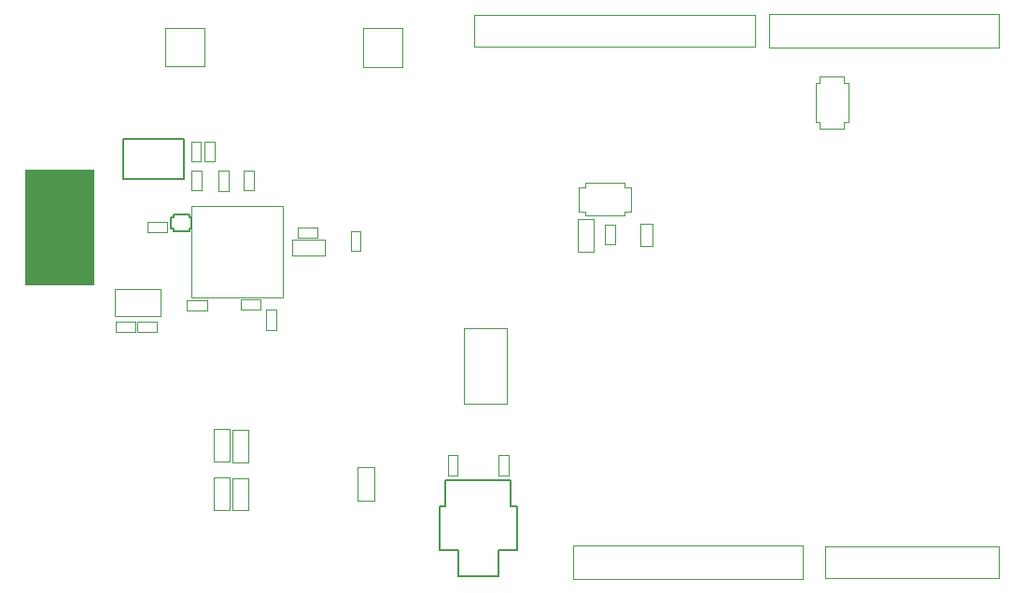
<source format=gbr>
%TF.GenerationSoftware,KiCad,Pcbnew,7.0.10*%
%TF.CreationDate,2024-05-16T11:59:50+01:00*%
%TF.ProjectId,RF_Race_Car,52465f52-6163-4655-9f43-61722e6b6963,rev?*%
%TF.SameCoordinates,Original*%
%TF.FileFunction,Other,User*%
%FSLAX46Y46*%
G04 Gerber Fmt 4.6, Leading zero omitted, Abs format (unit mm)*
G04 Created by KiCad (PCBNEW 7.0.10) date 2024-05-16 11:59:50*
%MOMM*%
%LPD*%
G01*
G04 APERTURE LIST*
%ADD10C,0.050000*%
%ADD11C,0.152400*%
%ADD12C,0.100000*%
G04 APERTURE END LIST*
D10*
%TO.C,C4*%
X116360000Y-90160000D02*
X114540000Y-90160000D01*
X116360000Y-89240000D02*
X116360000Y-90160000D01*
X114540000Y-90160000D02*
X114540000Y-89240000D01*
X114540000Y-89240000D02*
X116360000Y-89240000D01*
%TO.C,C3*%
X122660000Y-90140000D02*
X122660000Y-91960000D01*
X121740000Y-90140000D02*
X122660000Y-90140000D01*
X122660000Y-91960000D02*
X121740000Y-91960000D01*
X121740000Y-91960000D02*
X121740000Y-90140000D01*
%TO.C,R1*%
X150017336Y-84808167D02*
X150017336Y-81848167D01*
X151477336Y-84808167D02*
X150017336Y-84808167D01*
X150017336Y-81848167D02*
X151477336Y-81848167D01*
X151477336Y-81848167D02*
X151477336Y-84808167D01*
%TO.C,C14*%
X117080898Y-74842868D02*
X117080898Y-76662868D01*
X116160898Y-74842868D02*
X117080898Y-74842868D01*
X117080898Y-76662868D02*
X116160898Y-76662868D01*
X116160898Y-76662868D02*
X116160898Y-74842868D01*
%TO.C,C15*%
X142804252Y-105166943D02*
X142804252Y-103346943D01*
X143724252Y-105166943D02*
X142804252Y-105166943D01*
X142804252Y-103346943D02*
X143724252Y-103346943D01*
X143724252Y-103346943D02*
X143724252Y-105166943D01*
%TO.C,R3*%
X120130000Y-101005000D02*
X120130000Y-103965000D01*
X118670000Y-101005000D02*
X120130000Y-101005000D01*
X120130000Y-103965000D02*
X118670000Y-103965000D01*
X118670000Y-103965000D02*
X118670000Y-101005000D01*
%TO.C,L1*%
X124079775Y-83760250D02*
X127039775Y-83760250D01*
X124079775Y-85220250D02*
X124079775Y-83760250D01*
X127039775Y-83760250D02*
X127039775Y-85220250D01*
X127039775Y-85220250D02*
X124079775Y-85220250D01*
%TO.C,J5*%
X167390000Y-63270000D02*
X188210000Y-63270000D01*
X167390000Y-66270000D02*
X167390000Y-63270000D01*
X188210000Y-63270000D02*
X188210000Y-66270000D01*
X188210000Y-66270000D02*
X167390000Y-66270000D01*
%TO.C,IC1*%
X114950000Y-80700000D02*
X123250000Y-80700000D01*
X114950000Y-89000000D02*
X114950000Y-80700000D01*
X123250000Y-80700000D02*
X123250000Y-89000000D01*
X123250000Y-89000000D02*
X114950000Y-89000000D01*
%TO.C,C10*%
X117440000Y-79310000D02*
X117440000Y-77490000D01*
X118360000Y-79310000D02*
X117440000Y-79310000D01*
X117440000Y-77490000D02*
X118360000Y-77490000D01*
X118360000Y-77490000D02*
X118360000Y-79310000D01*
%TO.C,S1*%
X150102171Y-78980549D02*
X150702171Y-78980549D01*
X150102171Y-81180549D02*
X150102171Y-78980549D01*
X150702171Y-78580549D02*
X154202171Y-78580549D01*
X150702171Y-78980549D02*
X150702171Y-78580549D01*
X150702171Y-81180549D02*
X150102171Y-81180549D01*
X150702171Y-81580549D02*
X150702171Y-81180549D01*
X154202171Y-78580549D02*
X154202171Y-78980549D01*
X154202171Y-78980549D02*
X154802171Y-78980549D01*
X154202171Y-81180549D02*
X154202171Y-81580549D01*
X154202171Y-81580549D02*
X150702171Y-81580549D01*
X154802171Y-78980549D02*
X154802171Y-81180549D01*
X154802171Y-81180549D02*
X154202171Y-81180549D01*
%TO.C,C2*%
X111830000Y-92160000D02*
X110010000Y-92160000D01*
X111830000Y-91240000D02*
X111830000Y-92160000D01*
X110010000Y-92160000D02*
X110010000Y-91240000D01*
X110010000Y-91240000D02*
X111830000Y-91240000D01*
D11*
%TO.C,U1*%
X144499000Y-111983200D02*
X142773999Y-111983200D01*
X144499000Y-107925200D02*
X144499000Y-111983200D01*
X143924000Y-107925200D02*
X144499000Y-107925200D01*
X143924000Y-105591400D02*
X143924000Y-107925200D01*
X142773999Y-114317000D02*
X139166001Y-114317000D01*
X142773999Y-111983200D02*
X142773999Y-114317000D01*
X139166001Y-114317000D02*
X139166001Y-111983200D01*
X139166001Y-111983200D02*
X137441000Y-111983200D01*
X138016000Y-107925200D02*
X138016000Y-105591400D01*
X138016000Y-105591400D02*
X143924000Y-105591400D01*
X137441000Y-111983200D02*
X137441000Y-107925200D01*
X137441000Y-107925200D02*
X138016000Y-107925200D01*
D10*
%TO.C,C8*%
X110952165Y-82156583D02*
X112772165Y-82156583D01*
X110952165Y-83076583D02*
X110952165Y-82156583D01*
X112772165Y-82156583D02*
X112772165Y-83076583D01*
X112772165Y-83076583D02*
X110952165Y-83076583D01*
%TO.C,TP1*%
X130550000Y-64550000D02*
X130550000Y-68050000D01*
X130550000Y-64550000D02*
X134050000Y-64550000D01*
X134050000Y-68050000D02*
X130550000Y-68050000D01*
X134050000Y-68050000D02*
X134050000Y-64550000D01*
%TO.C,J3*%
X149610000Y-111530000D02*
X170430000Y-111530000D01*
X149610000Y-114530000D02*
X149610000Y-111530000D01*
X170430000Y-111530000D02*
X170430000Y-114530000D01*
X170430000Y-114530000D02*
X149610000Y-114530000D01*
%TO.C,C6*%
X124563153Y-82674516D02*
X126383153Y-82674516D01*
X124563153Y-83594516D02*
X124563153Y-82674516D01*
X126383153Y-82674516D02*
X126383153Y-83594516D01*
X126383153Y-83594516D02*
X124563153Y-83594516D01*
%TO.C,C7*%
X119690000Y-79290000D02*
X119690000Y-77470000D01*
X120610000Y-79290000D02*
X119690000Y-79290000D01*
X119690000Y-77470000D02*
X120610000Y-77470000D01*
X120610000Y-77470000D02*
X120610000Y-79290000D01*
%TO.C,J4*%
X140568505Y-63350000D02*
X166068505Y-63350000D01*
X140568505Y-66190000D02*
X140568505Y-63350000D01*
X166068505Y-63350000D02*
X166068505Y-66190000D01*
X166068505Y-66190000D02*
X140568505Y-66190000D01*
%TO.C,J2*%
X139655000Y-98675000D02*
X143555000Y-98675000D01*
X143555000Y-98675000D02*
X143555000Y-91825000D01*
X139655000Y-91825000D02*
X139655000Y-98675000D01*
X143555000Y-91825000D02*
X139655000Y-91825000D01*
%TO.C,FL1*%
X130035000Y-107415000D02*
X130035000Y-104445000D01*
X131505000Y-107415000D02*
X130035000Y-107415000D01*
X131505000Y-107415000D02*
X131505000Y-104445000D01*
X131505000Y-104445000D02*
X130035000Y-104445000D01*
%TO.C,C5*%
X121240000Y-90060000D02*
X119420000Y-90060000D01*
X121240000Y-89140000D02*
X121240000Y-90060000D01*
X119420000Y-90060000D02*
X119420000Y-89140000D01*
X119420000Y-89140000D02*
X121240000Y-89140000D01*
%TO.C,TP2*%
X112602326Y-64541166D02*
X112602326Y-68041166D01*
X112602326Y-64541166D02*
X116102326Y-64541166D01*
X116102326Y-68041166D02*
X112602326Y-68041166D01*
X116102326Y-68041166D02*
X116102326Y-64541166D01*
%TO.C,S2*%
X171966025Y-73640187D02*
X171966025Y-73040187D01*
X174166025Y-73640187D02*
X171966025Y-73640187D01*
X171566025Y-73040187D02*
X171566025Y-69540187D01*
X171966025Y-73040187D02*
X171566025Y-73040187D01*
X174166025Y-73040187D02*
X174166025Y-73640187D01*
X174566025Y-73040187D02*
X174166025Y-73040187D01*
X171566025Y-69540187D02*
X171966025Y-69540187D01*
X171966025Y-69540187D02*
X171966025Y-68940187D01*
X174166025Y-69540187D02*
X174566025Y-69540187D01*
X174566025Y-69540187D02*
X174566025Y-73040187D01*
X171966025Y-68940187D02*
X174166025Y-68940187D01*
X174166025Y-68940187D02*
X174166025Y-69540187D01*
%TO.C,C11*%
X114940000Y-79290000D02*
X114940000Y-77470000D01*
X115860000Y-79290000D02*
X114940000Y-79290000D01*
X114940000Y-77470000D02*
X115860000Y-77470000D01*
X115860000Y-77470000D02*
X115860000Y-79290000D01*
%TO.C,C1*%
X108046064Y-91212773D02*
X109866064Y-91212773D01*
X108046064Y-92132773D02*
X108046064Y-91212773D01*
X109866064Y-91212773D02*
X109866064Y-92132773D01*
X109866064Y-92132773D02*
X108046064Y-92132773D01*
%TO.C,D3*%
X118650000Y-108342500D02*
X118650000Y-105382500D01*
X120110000Y-108342500D02*
X118650000Y-108342500D01*
X118650000Y-105382500D02*
X120110000Y-105382500D01*
X120110000Y-105382500D02*
X120110000Y-108342500D01*
D11*
%TO.C,Y1*%
X114244444Y-78276494D02*
X111037044Y-78276494D01*
X114244444Y-78270794D02*
X114244444Y-78276494D01*
X114244444Y-78270794D02*
X114244444Y-78270794D01*
X114244444Y-74573794D02*
X114244444Y-78270794D01*
X114244444Y-74573794D02*
X114244444Y-74573794D01*
X114244444Y-74568094D02*
X114244444Y-74573794D01*
X111940044Y-78276494D02*
X111940044Y-78276494D01*
X111940044Y-78276494D02*
X108732644Y-78276494D01*
X111940044Y-74568094D02*
X111940044Y-74568094D01*
X111940044Y-74568094D02*
X111037044Y-74568094D01*
X111037044Y-78276494D02*
X111940044Y-78276494D01*
X111037044Y-78276494D02*
X111037044Y-78276494D01*
X111037044Y-74568094D02*
X114244444Y-74568094D01*
X111037044Y-74568094D02*
X111037044Y-74568094D01*
X108732644Y-78276494D02*
X108732644Y-78270794D01*
X108732644Y-78270794D02*
X108732644Y-78270794D01*
X108732644Y-78270794D02*
X108732644Y-74573794D01*
X108732644Y-74573794D02*
X108732644Y-74573794D01*
X108732644Y-74573794D02*
X108732644Y-74568094D01*
X108732644Y-74568094D02*
X111940044Y-74568094D01*
D10*
%TO.C,C13*%
X115823319Y-74853093D02*
X115823319Y-76673093D01*
X114903319Y-74853093D02*
X115823319Y-74853093D01*
X115823319Y-76673093D02*
X114903319Y-76673093D01*
X114903319Y-76673093D02*
X114903319Y-74853093D01*
%TO.C,C9*%
X129390045Y-84792577D02*
X129390045Y-82972577D01*
X130310045Y-84792577D02*
X129390045Y-84792577D01*
X129390045Y-82972577D02*
X130310045Y-82972577D01*
X130310045Y-82972577D02*
X130310045Y-84792577D01*
%TO.C,D2*%
X116962524Y-108337044D02*
X116962524Y-105377044D01*
X118422524Y-108337044D02*
X116962524Y-108337044D01*
X116962524Y-105377044D02*
X118422524Y-105377044D01*
X118422524Y-105377044D02*
X118422524Y-108337044D01*
%TO.C,D1*%
X156760000Y-82270000D02*
X155660000Y-82270000D01*
X155660000Y-82270000D02*
X155660000Y-84370000D01*
X156760000Y-84370000D02*
X156760000Y-82270000D01*
X155660000Y-84370000D02*
X156760000Y-84370000D01*
%TO.C,J7*%
X172430000Y-111595000D02*
X188170000Y-111595000D01*
X172430000Y-114505000D02*
X172430000Y-111595000D01*
X188170000Y-111595000D02*
X188170000Y-114505000D01*
X188170000Y-114505000D02*
X172430000Y-114505000D01*
%TO.C,J1*%
D12*
X106050000Y-87775000D02*
X99850000Y-87775000D01*
X99850000Y-77375000D01*
X106050000Y-77375000D01*
X106050000Y-87775000D01*
G36*
X106050000Y-87775000D02*
G01*
X99850000Y-87775000D01*
X99850000Y-77375000D01*
X106050000Y-77375000D01*
X106050000Y-87775000D01*
G37*
D10*
%TO.C,C16*%
X138195444Y-105166943D02*
X138195444Y-103346943D01*
X139115444Y-105166943D02*
X138195444Y-105166943D01*
X138195444Y-103346943D02*
X139115444Y-103346943D01*
X139115444Y-103346943D02*
X139115444Y-105166943D01*
%TO.C,Y2*%
X108025586Y-88255584D02*
X108025586Y-90655584D01*
X108025586Y-90655584D02*
X112125586Y-90655584D01*
X112125586Y-88255584D02*
X108025586Y-88255584D01*
X112125586Y-90655584D02*
X112125586Y-88255584D01*
D11*
%TO.C,U2*%
X113295400Y-82978400D02*
X113295400Y-82775200D01*
X114768600Y-82978400D02*
X113295400Y-82978400D01*
X114768600Y-82978400D02*
X114768600Y-82775200D01*
X113079500Y-82775200D02*
X113079500Y-81683000D01*
X113295400Y-82775200D02*
X113079500Y-82775200D01*
X114984500Y-82775200D02*
X114768600Y-82775200D01*
X113079500Y-81683000D02*
X113295400Y-81683000D01*
X114768600Y-81683000D02*
X114984500Y-81683000D01*
X114984500Y-81683000D02*
X114984500Y-82775200D01*
X113295400Y-81479800D02*
X113295400Y-81683000D01*
X113295400Y-81479800D02*
X114768600Y-81479800D01*
X114768600Y-81479800D02*
X114768600Y-81683000D01*
D10*
%TO.C,C12*%
X153398726Y-82390159D02*
X153398726Y-84210159D01*
X152478726Y-82390159D02*
X153398726Y-82390159D01*
X153398726Y-84210159D02*
X152478726Y-84210159D01*
X152478726Y-84210159D02*
X152478726Y-82390159D01*
%TO.C,R2*%
X118430948Y-100979031D02*
X118430948Y-103939031D01*
X116970948Y-100979031D02*
X118430948Y-100979031D01*
X118430948Y-103939031D02*
X116970948Y-103939031D01*
X116970948Y-103939031D02*
X116970948Y-100979031D01*
%TD*%
M02*

</source>
